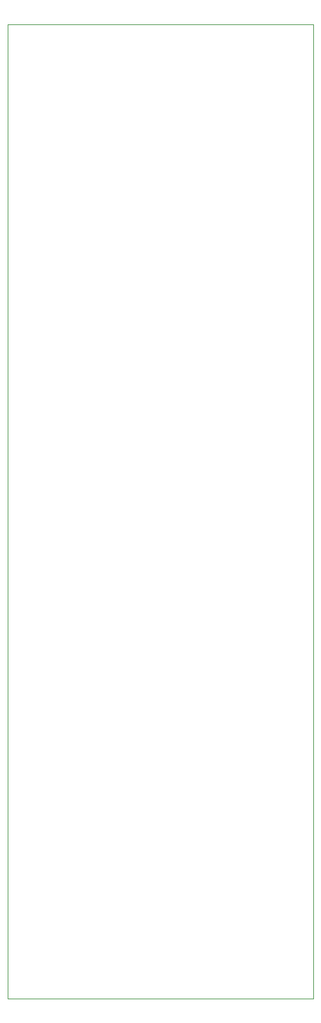
<source format=gm1>
G04 #@! TF.GenerationSoftware,KiCad,Pcbnew,(5.1.0)-1*
G04 #@! TF.CreationDate,2019-05-26T15:51:55-04:00*
G04 #@! TF.ProjectId,EG_Panel,45475f50-616e-4656-9c2e-6b696361645f,rev?*
G04 #@! TF.SameCoordinates,Original*
G04 #@! TF.FileFunction,Profile,NP*
%FSLAX46Y46*%
G04 Gerber Fmt 4.6, Leading zero omitted, Abs format (unit mm)*
G04 Created by KiCad (PCBNEW (5.1.0)-1) date 2019-05-26 15:51:55*
%MOMM*%
%LPD*%
G04 APERTURE LIST*
%ADD10C,0.050000*%
G04 APERTURE END LIST*
D10*
X30000000Y-158500000D02*
X30000000Y-30000000D01*
X70300000Y-158500000D02*
X30000000Y-158500000D01*
X70300000Y-30000000D02*
X70300000Y-158500000D01*
X30000000Y-30000000D02*
X70300000Y-30000000D01*
M02*

</source>
